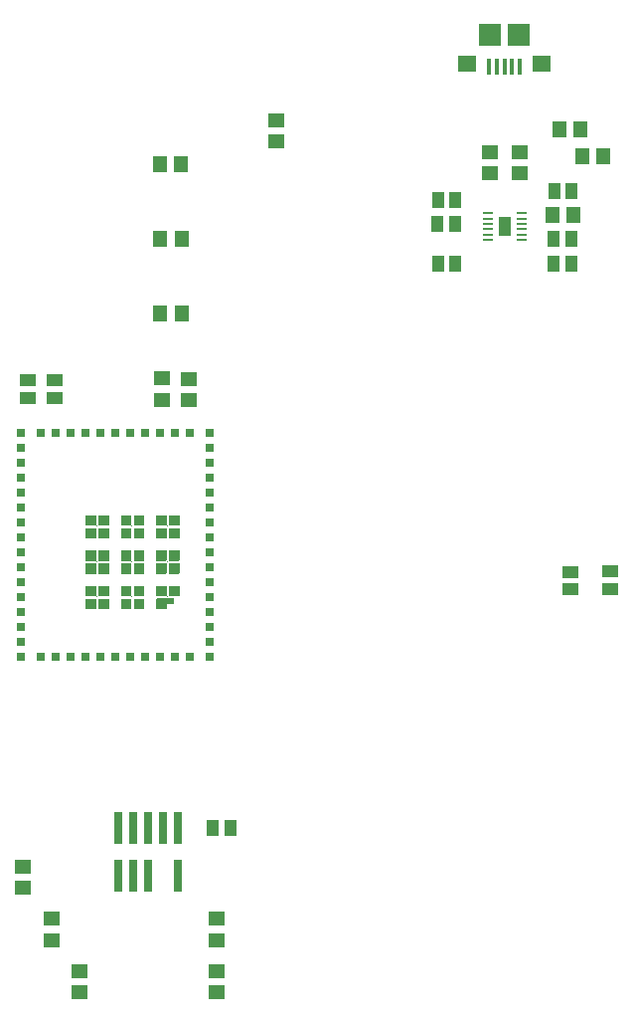
<source format=gbr>
G04*
G04 #@! TF.GenerationSoftware,Altium Limited,Altium Designer,23.2.1 (34)*
G04*
G04 Layer_Color=8421504*
%FSLAX44Y44*%
%MOMM*%
G71*
G04*
G04 #@! TF.SameCoordinates,EBB66B4E-3AAD-41E4-A5C9-C65D96049EEA*
G04*
G04*
G04 #@! TF.FilePolarity,Positive*
G04*
G01*
G75*
%ADD15R,1.2000X1.4000*%
%ADD16R,0.8000X0.8000*%
%ADD17R,0.8000X0.8000*%
%ADD18R,0.0254X0.0254*%
%ADD19R,0.7400X2.7900*%
%ADD20R,1.4000X1.2000*%
%ADD21R,1.4000X1.1000*%
%ADD22R,1.1000X1.4000*%
G04:AMPARAMS|DCode=23|XSize=0.84mm|YSize=0.25mm|CornerRadius=0.0313mm|HoleSize=0mm|Usage=FLASHONLY|Rotation=180.000|XOffset=0mm|YOffset=0mm|HoleType=Round|Shape=RoundedRectangle|*
%AMROUNDEDRECTD23*
21,1,0.8400,0.1875,0,0,180.0*
21,1,0.7775,0.2500,0,0,180.0*
1,1,0.0625,-0.3888,0.0938*
1,1,0.0625,0.3888,0.0938*
1,1,0.0625,0.3888,-0.0938*
1,1,0.0625,-0.3888,-0.0938*
%
%ADD23ROUNDEDRECTD23*%
%ADD24R,1.9000X1.9000*%
%ADD25R,1.6000X1.4000*%
%ADD26R,0.4000X1.3500*%
G36*
X502940Y830300D02*
X492740D01*
Y846100D01*
X502940D01*
Y830300D01*
D02*
G37*
G36*
X220296Y592631D02*
X220388Y592603D01*
X220473Y592557D01*
X220547Y592497D01*
X220607Y592422D01*
X220653Y592338D01*
X220681Y592246D01*
X220690Y592150D01*
Y584230D01*
X220681Y584134D01*
X220653Y584042D01*
X220607Y583958D01*
X220547Y583883D01*
X220473Y583823D01*
X220388Y583777D01*
X220296Y583749D01*
X220201Y583740D01*
X212279D01*
X212184Y583749D01*
X212092Y583777D01*
X212008Y583823D01*
X211933Y583883D01*
X211873Y583958D01*
X211827Y584042D01*
X211799Y584134D01*
X211790Y584230D01*
Y592150D01*
X211799Y592246D01*
X211827Y592338D01*
X211873Y592422D01*
X211933Y592497D01*
X212008Y592557D01*
X212092Y592603D01*
X212184Y592631D01*
X212279Y592640D01*
X220201D01*
X220296Y592631D01*
D02*
G37*
G36*
X209296D02*
X209388Y592603D01*
X209472Y592557D01*
X209547Y592497D01*
X209608Y592422D01*
X209653Y592338D01*
X209681Y592246D01*
X209690Y592150D01*
Y584230D01*
X209681Y584134D01*
X209653Y584042D01*
X209608Y583958D01*
X209547Y583883D01*
X209472Y583823D01*
X209388Y583777D01*
X209296Y583749D01*
X209200Y583740D01*
X201280D01*
X201184Y583749D01*
X201092Y583777D01*
X201007Y583823D01*
X200933Y583883D01*
X200872Y583958D01*
X200827Y584042D01*
X200799Y584134D01*
X200790Y584230D01*
Y592150D01*
X200799Y592246D01*
X200827Y592338D01*
X200872Y592422D01*
X200933Y592497D01*
X201007Y592557D01*
X201092Y592603D01*
X201184Y592631D01*
X201280Y592640D01*
X209200D01*
X209296Y592631D01*
D02*
G37*
G36*
X190296D02*
X190388Y592603D01*
X190473Y592557D01*
X190547Y592497D01*
X190607Y592422D01*
X190653Y592338D01*
X190681Y592246D01*
X190690Y592150D01*
Y584230D01*
X190681Y584134D01*
X190653Y584042D01*
X190607Y583958D01*
X190547Y583883D01*
X190473Y583823D01*
X190388Y583777D01*
X190296Y583749D01*
X190201Y583740D01*
X182279D01*
X182184Y583749D01*
X182092Y583777D01*
X182008Y583823D01*
X181933Y583883D01*
X181873Y583958D01*
X181827Y584042D01*
X181799Y584134D01*
X181790Y584230D01*
Y592150D01*
X181799Y592246D01*
X181827Y592338D01*
X181873Y592422D01*
X181933Y592497D01*
X182008Y592557D01*
X182092Y592603D01*
X182184Y592631D01*
X182279Y592640D01*
X190201D01*
X190296Y592631D01*
D02*
G37*
G36*
X179296D02*
X179388Y592603D01*
X179472Y592557D01*
X179547Y592497D01*
X179608Y592422D01*
X179653Y592338D01*
X179681Y592246D01*
X179690Y592150D01*
Y584230D01*
X179681Y584134D01*
X179653Y584042D01*
X179608Y583958D01*
X179547Y583883D01*
X179472Y583823D01*
X179388Y583777D01*
X179296Y583749D01*
X179200Y583740D01*
X171280D01*
X171184Y583749D01*
X171092Y583777D01*
X171007Y583823D01*
X170933Y583883D01*
X170872Y583958D01*
X170827Y584042D01*
X170799Y584134D01*
X170790Y584230D01*
Y592150D01*
X170799Y592246D01*
X170827Y592338D01*
X170872Y592422D01*
X170933Y592497D01*
X171007Y592557D01*
X171092Y592603D01*
X171184Y592631D01*
X171280Y592640D01*
X179200D01*
X179296Y592631D01*
D02*
G37*
G36*
X160296D02*
X160388Y592603D01*
X160473Y592557D01*
X160547Y592497D01*
X160607Y592422D01*
X160653Y592338D01*
X160681Y592246D01*
X160690Y592150D01*
Y584230D01*
X160681Y584134D01*
X160653Y584042D01*
X160607Y583958D01*
X160547Y583883D01*
X160473Y583823D01*
X160388Y583777D01*
X160296Y583749D01*
X160201Y583740D01*
X152280D01*
X152184Y583749D01*
X152092Y583777D01*
X152008Y583823D01*
X151933Y583883D01*
X151873Y583958D01*
X151827Y584042D01*
X151799Y584134D01*
X151790Y584230D01*
Y592150D01*
X151799Y592246D01*
X151827Y592338D01*
X151873Y592422D01*
X151933Y592497D01*
X152008Y592557D01*
X152092Y592603D01*
X152184Y592631D01*
X152280Y592640D01*
X160201D01*
X160296Y592631D01*
D02*
G37*
G36*
X149296D02*
X149388Y592603D01*
X149472Y592557D01*
X149547Y592497D01*
X149607Y592422D01*
X149653Y592338D01*
X149681Y592246D01*
X149690Y592150D01*
Y584230D01*
X149681Y584134D01*
X149653Y584042D01*
X149607Y583958D01*
X149547Y583883D01*
X149472Y583823D01*
X149388Y583777D01*
X149296Y583749D01*
X149200Y583740D01*
X141279D01*
X141184Y583749D01*
X141092Y583777D01*
X141007Y583823D01*
X140933Y583883D01*
X140872Y583958D01*
X140827Y584042D01*
X140799Y584134D01*
X140790Y584230D01*
Y592150D01*
X140799Y592246D01*
X140827Y592338D01*
X140872Y592422D01*
X140933Y592497D01*
X141007Y592557D01*
X141092Y592603D01*
X141184Y592631D01*
X141279Y592640D01*
X149200D01*
X149296Y592631D01*
D02*
G37*
G36*
X220296Y581631D02*
X220388Y581603D01*
X220473Y581558D01*
X220547Y581497D01*
X220607Y581422D01*
X220653Y581338D01*
X220681Y581246D01*
X220690Y581151D01*
Y573229D01*
X220681Y573134D01*
X220653Y573042D01*
X220607Y572957D01*
X220547Y572883D01*
X220473Y572822D01*
X220388Y572777D01*
X220296Y572749D01*
X220201Y572740D01*
X212279D01*
X212184Y572749D01*
X212092Y572777D01*
X212008Y572822D01*
X211933Y572883D01*
X211873Y572957D01*
X211827Y573042D01*
X211799Y573134D01*
X211790Y573229D01*
Y581151D01*
X211799Y581246D01*
X211827Y581338D01*
X211873Y581422D01*
X211933Y581497D01*
X212008Y581558D01*
X212092Y581603D01*
X212184Y581631D01*
X212279Y581640D01*
X220201D01*
X220296Y581631D01*
D02*
G37*
G36*
X209296D02*
X209388Y581603D01*
X209472Y581558D01*
X209547Y581497D01*
X209608Y581422D01*
X209653Y581338D01*
X209681Y581246D01*
X209690Y581151D01*
Y573229D01*
X209681Y573134D01*
X209653Y573042D01*
X209608Y572957D01*
X209547Y572883D01*
X209472Y572822D01*
X209388Y572777D01*
X209296Y572749D01*
X209200Y572740D01*
X201280D01*
X201184Y572749D01*
X201092Y572777D01*
X201007Y572822D01*
X200933Y572883D01*
X200872Y572957D01*
X200827Y573042D01*
X200799Y573134D01*
X200790Y573229D01*
Y581151D01*
X200799Y581246D01*
X200827Y581338D01*
X200872Y581422D01*
X200933Y581497D01*
X201007Y581558D01*
X201092Y581603D01*
X201184Y581631D01*
X201280Y581640D01*
X209200D01*
X209296Y581631D01*
D02*
G37*
G36*
X190296D02*
X190388Y581603D01*
X190473Y581558D01*
X190547Y581497D01*
X190607Y581422D01*
X190653Y581338D01*
X190681Y581246D01*
X190690Y581151D01*
Y573229D01*
X190681Y573134D01*
X190653Y573042D01*
X190607Y572957D01*
X190547Y572883D01*
X190473Y572822D01*
X190388Y572777D01*
X190296Y572749D01*
X190201Y572740D01*
X182279D01*
X182184Y572749D01*
X182092Y572777D01*
X182008Y572822D01*
X181933Y572883D01*
X181873Y572957D01*
X181827Y573042D01*
X181799Y573134D01*
X181790Y573229D01*
Y581151D01*
X181799Y581246D01*
X181827Y581338D01*
X181873Y581422D01*
X181933Y581497D01*
X182008Y581558D01*
X182092Y581603D01*
X182184Y581631D01*
X182279Y581640D01*
X190201D01*
X190296Y581631D01*
D02*
G37*
G36*
X179296D02*
X179388Y581603D01*
X179472Y581558D01*
X179547Y581497D01*
X179608Y581422D01*
X179653Y581338D01*
X179681Y581246D01*
X179690Y581151D01*
Y573229D01*
X179681Y573134D01*
X179653Y573042D01*
X179608Y572957D01*
X179547Y572883D01*
X179472Y572822D01*
X179388Y572777D01*
X179296Y572749D01*
X179200Y572740D01*
X171280D01*
X171184Y572749D01*
X171092Y572777D01*
X171007Y572822D01*
X170933Y572883D01*
X170872Y572957D01*
X170827Y573042D01*
X170799Y573134D01*
X170790Y573229D01*
Y581151D01*
X170799Y581246D01*
X170827Y581338D01*
X170872Y581422D01*
X170933Y581497D01*
X171007Y581558D01*
X171092Y581603D01*
X171184Y581631D01*
X171280Y581640D01*
X179200D01*
X179296Y581631D01*
D02*
G37*
G36*
X160296D02*
X160388Y581603D01*
X160473Y581558D01*
X160547Y581497D01*
X160607Y581422D01*
X160653Y581338D01*
X160681Y581246D01*
X160690Y581151D01*
Y573229D01*
X160681Y573134D01*
X160653Y573042D01*
X160607Y572957D01*
X160547Y572883D01*
X160473Y572822D01*
X160388Y572777D01*
X160296Y572749D01*
X160201Y572740D01*
X152280D01*
X152184Y572749D01*
X152092Y572777D01*
X152008Y572822D01*
X151933Y572883D01*
X151873Y572957D01*
X151827Y573042D01*
X151799Y573134D01*
X151790Y573229D01*
Y581151D01*
X151799Y581246D01*
X151827Y581338D01*
X151873Y581422D01*
X151933Y581497D01*
X152008Y581558D01*
X152092Y581603D01*
X152184Y581631D01*
X152280Y581640D01*
X160201D01*
X160296Y581631D01*
D02*
G37*
G36*
X149296D02*
X149388Y581603D01*
X149472Y581558D01*
X149547Y581497D01*
X149607Y581422D01*
X149653Y581338D01*
X149681Y581246D01*
X149690Y581151D01*
Y573229D01*
X149681Y573134D01*
X149653Y573042D01*
X149607Y572957D01*
X149547Y572883D01*
X149472Y572822D01*
X149388Y572777D01*
X149296Y572749D01*
X149200Y572740D01*
X141279D01*
X141184Y572749D01*
X141092Y572777D01*
X141007Y572822D01*
X140933Y572883D01*
X140872Y572957D01*
X140827Y573042D01*
X140799Y573134D01*
X140790Y573229D01*
Y581151D01*
X140799Y581246D01*
X140827Y581338D01*
X140872Y581422D01*
X140933Y581497D01*
X141007Y581558D01*
X141092Y581603D01*
X141184Y581631D01*
X141279Y581640D01*
X149200D01*
X149296Y581631D01*
D02*
G37*
G36*
X220296Y562631D02*
X220388Y562603D01*
X220473Y562557D01*
X220547Y562497D01*
X220607Y562422D01*
X220653Y562338D01*
X220681Y562246D01*
X220690Y562150D01*
Y554230D01*
X220681Y554134D01*
X220653Y554042D01*
X220607Y553958D01*
X220547Y553883D01*
X220473Y553823D01*
X220388Y553777D01*
X220296Y553749D01*
X220201Y553740D01*
X212279D01*
X212184Y553749D01*
X212092Y553777D01*
X212008Y553823D01*
X211933Y553883D01*
X211873Y553958D01*
X211827Y554042D01*
X211799Y554134D01*
X211790Y554230D01*
Y562150D01*
X211799Y562246D01*
X211827Y562338D01*
X211873Y562422D01*
X211933Y562497D01*
X212008Y562557D01*
X212092Y562603D01*
X212184Y562631D01*
X212279Y562640D01*
X220201D01*
X220296Y562631D01*
D02*
G37*
G36*
X209296D02*
X209388Y562603D01*
X209473Y562557D01*
X209547Y562497D01*
X209608Y562422D01*
X209653Y562338D01*
X209681Y562246D01*
X209690Y562150D01*
Y554230D01*
X209681Y554134D01*
X209653Y554042D01*
X209608Y553958D01*
X209547Y553883D01*
X209473Y553823D01*
X209388Y553777D01*
X209296Y553749D01*
X209200Y553740D01*
X201280D01*
X201184Y553749D01*
X201092Y553777D01*
X201007Y553823D01*
X200933Y553883D01*
X200872Y553958D01*
X200827Y554042D01*
X200799Y554134D01*
X200790Y554230D01*
Y562150D01*
X200799Y562246D01*
X200827Y562338D01*
X200872Y562422D01*
X200933Y562497D01*
X201007Y562557D01*
X201092Y562603D01*
X201184Y562631D01*
X201280Y562640D01*
X209200D01*
X209296Y562631D01*
D02*
G37*
G36*
X190296D02*
X190388Y562603D01*
X190473Y562557D01*
X190547Y562497D01*
X190607Y562422D01*
X190653Y562338D01*
X190681Y562246D01*
X190690Y562150D01*
Y554230D01*
X190681Y554134D01*
X190653Y554042D01*
X190607Y553958D01*
X190547Y553883D01*
X190473Y553823D01*
X190388Y553777D01*
X190296Y553749D01*
X190201Y553740D01*
X182279D01*
X182184Y553749D01*
X182092Y553777D01*
X182008Y553823D01*
X181933Y553883D01*
X181873Y553958D01*
X181827Y554042D01*
X181799Y554134D01*
X181790Y554230D01*
Y562150D01*
X181799Y562246D01*
X181827Y562338D01*
X181873Y562422D01*
X181933Y562497D01*
X182008Y562557D01*
X182092Y562603D01*
X182184Y562631D01*
X182279Y562640D01*
X190201D01*
X190296Y562631D01*
D02*
G37*
G36*
X179296D02*
X179388Y562603D01*
X179472Y562557D01*
X179547Y562497D01*
X179608Y562422D01*
X179653Y562338D01*
X179681Y562246D01*
X179690Y562150D01*
Y554230D01*
X179681Y554134D01*
X179653Y554042D01*
X179608Y553958D01*
X179547Y553883D01*
X179472Y553823D01*
X179388Y553777D01*
X179296Y553749D01*
X179200Y553740D01*
X171280D01*
X171184Y553749D01*
X171092Y553777D01*
X171007Y553823D01*
X170933Y553883D01*
X170872Y553958D01*
X170827Y554042D01*
X170799Y554134D01*
X170790Y554230D01*
Y562150D01*
X170799Y562246D01*
X170827Y562338D01*
X170872Y562422D01*
X170933Y562497D01*
X171007Y562557D01*
X171092Y562603D01*
X171184Y562631D01*
X171280Y562640D01*
X179200D01*
X179296Y562631D01*
D02*
G37*
G36*
X160296D02*
X160388Y562603D01*
X160473Y562557D01*
X160547Y562497D01*
X160607Y562422D01*
X160653Y562338D01*
X160681Y562246D01*
X160690Y562150D01*
Y554230D01*
X160681Y554134D01*
X160653Y554042D01*
X160607Y553958D01*
X160547Y553883D01*
X160473Y553823D01*
X160388Y553777D01*
X160296Y553749D01*
X160201Y553740D01*
X152280D01*
X152184Y553749D01*
X152092Y553777D01*
X152008Y553823D01*
X151933Y553883D01*
X151873Y553958D01*
X151827Y554042D01*
X151799Y554134D01*
X151790Y554230D01*
Y562150D01*
X151799Y562246D01*
X151827Y562338D01*
X151873Y562422D01*
X151933Y562497D01*
X152008Y562557D01*
X152092Y562603D01*
X152184Y562631D01*
X152280Y562640D01*
X160201D01*
X160296Y562631D01*
D02*
G37*
G36*
X149296D02*
X149388Y562603D01*
X149472Y562557D01*
X149547Y562497D01*
X149607Y562422D01*
X149653Y562338D01*
X149681Y562246D01*
X149690Y562150D01*
Y554230D01*
X149681Y554134D01*
X149653Y554042D01*
X149607Y553958D01*
X149547Y553883D01*
X149472Y553823D01*
X149388Y553777D01*
X149296Y553749D01*
X149200Y553740D01*
X141279D01*
X141184Y553749D01*
X141092Y553777D01*
X141007Y553823D01*
X140933Y553883D01*
X140872Y553958D01*
X140827Y554042D01*
X140799Y554134D01*
X140790Y554230D01*
Y562150D01*
X140799Y562246D01*
X140827Y562338D01*
X140872Y562422D01*
X140933Y562497D01*
X141007Y562557D01*
X141092Y562603D01*
X141184Y562631D01*
X141279Y562640D01*
X149200D01*
X149296Y562631D01*
D02*
G37*
G36*
X220296Y551631D02*
X220388Y551603D01*
X220473Y551558D01*
X220547Y551497D01*
X220607Y551422D01*
X220653Y551338D01*
X220681Y551246D01*
X220690Y551151D01*
Y543229D01*
X220681Y543134D01*
X220653Y543042D01*
X220607Y542957D01*
X220547Y542883D01*
X220473Y542822D01*
X220388Y542777D01*
X220296Y542749D01*
X220201Y542740D01*
X212279D01*
X212184Y542749D01*
X212092Y542777D01*
X212008Y542822D01*
X211933Y542883D01*
X211873Y542957D01*
X211827Y543042D01*
X211799Y543134D01*
X211790Y543229D01*
Y551151D01*
X211799Y551246D01*
X211827Y551338D01*
X211873Y551422D01*
X211933Y551497D01*
X212008Y551558D01*
X212092Y551603D01*
X212184Y551631D01*
X212279Y551640D01*
X220201D01*
X220296Y551631D01*
D02*
G37*
G36*
X209296D02*
X209388Y551603D01*
X209473Y551558D01*
X209547Y551497D01*
X209608Y551422D01*
X209653Y551338D01*
X209681Y551246D01*
X209690Y551151D01*
Y543229D01*
X209681Y543134D01*
X209653Y543042D01*
X209608Y542957D01*
X209547Y542883D01*
X209473Y542822D01*
X209388Y542777D01*
X209296Y542749D01*
X209200Y542740D01*
X201280D01*
X201184Y542749D01*
X201092Y542777D01*
X201007Y542822D01*
X200933Y542883D01*
X200872Y542957D01*
X200827Y543042D01*
X200799Y543134D01*
X200790Y543229D01*
Y551151D01*
X200799Y551246D01*
X200827Y551338D01*
X200872Y551422D01*
X200933Y551497D01*
X201007Y551558D01*
X201092Y551603D01*
X201184Y551631D01*
X201280Y551640D01*
X209200D01*
X209296Y551631D01*
D02*
G37*
G36*
X190296D02*
X190388Y551603D01*
X190473Y551558D01*
X190547Y551497D01*
X190607Y551422D01*
X190653Y551338D01*
X190681Y551246D01*
X190690Y551151D01*
Y543229D01*
X190681Y543134D01*
X190653Y543042D01*
X190607Y542957D01*
X190547Y542883D01*
X190473Y542822D01*
X190388Y542777D01*
X190296Y542749D01*
X190201Y542740D01*
X182279D01*
X182184Y542749D01*
X182092Y542777D01*
X182008Y542822D01*
X181933Y542883D01*
X181873Y542957D01*
X181827Y543042D01*
X181799Y543134D01*
X181790Y543229D01*
Y551151D01*
X181799Y551246D01*
X181827Y551338D01*
X181873Y551422D01*
X181933Y551497D01*
X182008Y551558D01*
X182092Y551603D01*
X182184Y551631D01*
X182279Y551640D01*
X190201D01*
X190296Y551631D01*
D02*
G37*
G36*
X179296D02*
X179388Y551603D01*
X179472Y551558D01*
X179547Y551497D01*
X179608Y551422D01*
X179653Y551338D01*
X179681Y551246D01*
X179690Y551151D01*
Y543229D01*
X179681Y543134D01*
X179653Y543042D01*
X179608Y542957D01*
X179547Y542883D01*
X179472Y542822D01*
X179388Y542777D01*
X179296Y542749D01*
X179200Y542740D01*
X171280D01*
X171184Y542749D01*
X171092Y542777D01*
X171007Y542822D01*
X170933Y542883D01*
X170872Y542957D01*
X170827Y543042D01*
X170799Y543134D01*
X170790Y543229D01*
Y551151D01*
X170799Y551246D01*
X170827Y551338D01*
X170872Y551422D01*
X170933Y551497D01*
X171007Y551558D01*
X171092Y551603D01*
X171184Y551631D01*
X171280Y551640D01*
X179200D01*
X179296Y551631D01*
D02*
G37*
G36*
X160296D02*
X160388Y551603D01*
X160473Y551558D01*
X160547Y551497D01*
X160607Y551422D01*
X160653Y551338D01*
X160681Y551246D01*
X160690Y551151D01*
Y543229D01*
X160681Y543134D01*
X160653Y543042D01*
X160607Y542957D01*
X160547Y542883D01*
X160473Y542822D01*
X160388Y542777D01*
X160296Y542749D01*
X160201Y542740D01*
X152280D01*
X152184Y542749D01*
X152092Y542777D01*
X152008Y542822D01*
X151933Y542883D01*
X151873Y542957D01*
X151827Y543042D01*
X151799Y543134D01*
X151790Y543229D01*
Y551151D01*
X151799Y551246D01*
X151827Y551338D01*
X151873Y551422D01*
X151933Y551497D01*
X152008Y551558D01*
X152092Y551603D01*
X152184Y551631D01*
X152280Y551640D01*
X160201D01*
X160296Y551631D01*
D02*
G37*
G36*
X149296D02*
X149388Y551603D01*
X149472Y551558D01*
X149547Y551497D01*
X149607Y551422D01*
X149653Y551338D01*
X149681Y551246D01*
X149690Y551151D01*
Y543229D01*
X149681Y543134D01*
X149653Y543042D01*
X149607Y542957D01*
X149547Y542883D01*
X149472Y542822D01*
X149388Y542777D01*
X149296Y542749D01*
X149200Y542740D01*
X141279D01*
X141184Y542749D01*
X141092Y542777D01*
X141007Y542822D01*
X140933Y542883D01*
X140872Y542957D01*
X140827Y543042D01*
X140799Y543134D01*
X140790Y543229D01*
Y551151D01*
X140799Y551246D01*
X140827Y551338D01*
X140872Y551422D01*
X140933Y551497D01*
X141007Y551558D01*
X141092Y551603D01*
X141184Y551631D01*
X141279Y551640D01*
X149200D01*
X149296Y551631D01*
D02*
G37*
G36*
X220296Y532631D02*
X220388Y532603D01*
X220473Y532557D01*
X220547Y532497D01*
X220607Y532422D01*
X220653Y532338D01*
X220681Y532246D01*
X220690Y532150D01*
Y524230D01*
X220681Y524134D01*
X220653Y524042D01*
X220607Y523958D01*
X220547Y523883D01*
X220473Y523823D01*
X220388Y523777D01*
X220296Y523749D01*
X220201Y523740D01*
X212279D01*
X212184Y523749D01*
X212092Y523777D01*
X212008Y523823D01*
X211933Y523883D01*
X211873Y523958D01*
X211827Y524042D01*
X211799Y524134D01*
X211790Y524230D01*
Y532150D01*
X211799Y532246D01*
X211827Y532338D01*
X211873Y532422D01*
X211933Y532497D01*
X212008Y532557D01*
X212092Y532603D01*
X212184Y532631D01*
X212279Y532640D01*
X220201D01*
X220296Y532631D01*
D02*
G37*
G36*
X209296D02*
X209388Y532603D01*
X209472Y532557D01*
X209547Y532497D01*
X209608Y532422D01*
X209653Y532338D01*
X209681Y532246D01*
X209690Y532150D01*
Y524230D01*
X209681Y524134D01*
X209653Y524042D01*
X209608Y523958D01*
X209547Y523883D01*
X209472Y523823D01*
X209388Y523777D01*
X209296Y523749D01*
X209200Y523740D01*
X201280D01*
X201184Y523749D01*
X201092Y523777D01*
X201007Y523823D01*
X200933Y523883D01*
X200872Y523958D01*
X200827Y524042D01*
X200799Y524134D01*
X200790Y524230D01*
Y532150D01*
X200799Y532246D01*
X200827Y532338D01*
X200872Y532422D01*
X200933Y532497D01*
X201007Y532557D01*
X201092Y532603D01*
X201184Y532631D01*
X201280Y532640D01*
X209200D01*
X209296Y532631D01*
D02*
G37*
G36*
X190296D02*
X190388Y532603D01*
X190473Y532557D01*
X190547Y532497D01*
X190607Y532422D01*
X190653Y532338D01*
X190681Y532246D01*
X190690Y532150D01*
Y524230D01*
X190681Y524134D01*
X190653Y524042D01*
X190607Y523958D01*
X190547Y523883D01*
X190473Y523823D01*
X190388Y523777D01*
X190296Y523749D01*
X190201Y523740D01*
X182279D01*
X182184Y523749D01*
X182092Y523777D01*
X182008Y523823D01*
X181933Y523883D01*
X181873Y523958D01*
X181827Y524042D01*
X181799Y524134D01*
X181790Y524230D01*
Y532150D01*
X181799Y532246D01*
X181827Y532338D01*
X181873Y532422D01*
X181933Y532497D01*
X182008Y532557D01*
X182092Y532603D01*
X182184Y532631D01*
X182279Y532640D01*
X190201D01*
X190296Y532631D01*
D02*
G37*
G36*
X179296D02*
X179388Y532603D01*
X179472Y532557D01*
X179547Y532497D01*
X179608Y532422D01*
X179653Y532338D01*
X179681Y532246D01*
X179690Y532150D01*
Y524230D01*
X179681Y524134D01*
X179653Y524042D01*
X179608Y523958D01*
X179547Y523883D01*
X179472Y523823D01*
X179388Y523777D01*
X179296Y523749D01*
X179200Y523740D01*
X171280D01*
X171184Y523749D01*
X171092Y523777D01*
X171007Y523823D01*
X170933Y523883D01*
X170872Y523958D01*
X170827Y524042D01*
X170799Y524134D01*
X170790Y524230D01*
Y532150D01*
X170799Y532246D01*
X170827Y532338D01*
X170872Y532422D01*
X170933Y532497D01*
X171007Y532557D01*
X171092Y532603D01*
X171184Y532631D01*
X171280Y532640D01*
X179200D01*
X179296Y532631D01*
D02*
G37*
G36*
X160296D02*
X160388Y532603D01*
X160473Y532557D01*
X160547Y532497D01*
X160607Y532422D01*
X160653Y532338D01*
X160681Y532246D01*
X160690Y532150D01*
Y524230D01*
X160681Y524134D01*
X160653Y524042D01*
X160607Y523958D01*
X160547Y523883D01*
X160473Y523823D01*
X160388Y523777D01*
X160296Y523749D01*
X160201Y523740D01*
X152280D01*
X152184Y523749D01*
X152092Y523777D01*
X152008Y523823D01*
X151933Y523883D01*
X151873Y523958D01*
X151827Y524042D01*
X151799Y524134D01*
X151790Y524230D01*
Y532150D01*
X151799Y532246D01*
X151827Y532338D01*
X151873Y532422D01*
X151933Y532497D01*
X152008Y532557D01*
X152092Y532603D01*
X152184Y532631D01*
X152280Y532640D01*
X160201D01*
X160296Y532631D01*
D02*
G37*
G36*
X149296D02*
X149388Y532603D01*
X149472Y532557D01*
X149547Y532497D01*
X149607Y532422D01*
X149653Y532338D01*
X149681Y532246D01*
X149690Y532150D01*
Y524230D01*
X149681Y524134D01*
X149653Y524042D01*
X149607Y523958D01*
X149547Y523883D01*
X149472Y523823D01*
X149388Y523777D01*
X149296Y523749D01*
X149200Y523740D01*
X141279D01*
X141184Y523749D01*
X141092Y523777D01*
X141007Y523823D01*
X140933Y523883D01*
X140872Y523958D01*
X140827Y524042D01*
X140799Y524134D01*
X140790Y524230D01*
Y532150D01*
X140799Y532246D01*
X140827Y532338D01*
X140872Y532422D01*
X140933Y532497D01*
X141007Y532557D01*
X141092Y532603D01*
X141184Y532631D01*
X141279Y532640D01*
X149200D01*
X149296Y532631D01*
D02*
G37*
G36*
X216240Y521190D02*
Y517690D01*
X215740Y517190D01*
X210240D01*
X209740Y516690D01*
Y513290D01*
X209240Y512790D01*
X201340D01*
X200840Y513290D01*
Y521190D01*
X201340Y521690D01*
X215740D01*
X216240Y521190D01*
D02*
G37*
G36*
X190296Y521631D02*
X190388Y521603D01*
X190473Y521558D01*
X190547Y521497D01*
X190607Y521422D01*
X190653Y521338D01*
X190681Y521246D01*
X190690Y521151D01*
Y513229D01*
X190681Y513134D01*
X190653Y513042D01*
X190607Y512957D01*
X190547Y512883D01*
X190473Y512822D01*
X190388Y512777D01*
X190296Y512749D01*
X190201Y512740D01*
X182279D01*
X182184Y512749D01*
X182092Y512777D01*
X182008Y512822D01*
X181933Y512883D01*
X181873Y512957D01*
X181827Y513042D01*
X181799Y513134D01*
X181790Y513229D01*
Y521151D01*
X181799Y521246D01*
X181827Y521338D01*
X181873Y521422D01*
X181933Y521497D01*
X182008Y521558D01*
X182092Y521603D01*
X182184Y521631D01*
X182279Y521640D01*
X190201D01*
X190296Y521631D01*
D02*
G37*
G36*
X179296D02*
X179388Y521603D01*
X179472Y521558D01*
X179547Y521497D01*
X179608Y521422D01*
X179653Y521338D01*
X179681Y521246D01*
X179690Y521151D01*
Y513229D01*
X179681Y513134D01*
X179653Y513042D01*
X179608Y512957D01*
X179547Y512883D01*
X179472Y512822D01*
X179388Y512777D01*
X179296Y512749D01*
X179200Y512740D01*
X171280D01*
X171184Y512749D01*
X171092Y512777D01*
X171007Y512822D01*
X170933Y512883D01*
X170872Y512957D01*
X170827Y513042D01*
X170799Y513134D01*
X170790Y513229D01*
Y521151D01*
X170799Y521246D01*
X170827Y521338D01*
X170872Y521422D01*
X170933Y521497D01*
X171007Y521558D01*
X171092Y521603D01*
X171184Y521631D01*
X171280Y521640D01*
X179200D01*
X179296Y521631D01*
D02*
G37*
G36*
X160296D02*
X160388Y521603D01*
X160473Y521558D01*
X160547Y521497D01*
X160607Y521422D01*
X160653Y521338D01*
X160681Y521246D01*
X160690Y521151D01*
Y513229D01*
X160681Y513134D01*
X160653Y513042D01*
X160607Y512957D01*
X160547Y512883D01*
X160473Y512822D01*
X160388Y512777D01*
X160296Y512749D01*
X160201Y512740D01*
X152280D01*
X152184Y512749D01*
X152092Y512777D01*
X152008Y512822D01*
X151933Y512883D01*
X151873Y512957D01*
X151827Y513042D01*
X151799Y513134D01*
X151790Y513229D01*
Y521151D01*
X151799Y521246D01*
X151827Y521338D01*
X151873Y521422D01*
X151933Y521497D01*
X152008Y521558D01*
X152092Y521603D01*
X152184Y521631D01*
X152280Y521640D01*
X160201D01*
X160296Y521631D01*
D02*
G37*
G36*
X149296D02*
X149388Y521603D01*
X149472Y521558D01*
X149547Y521497D01*
X149607Y521422D01*
X149653Y521338D01*
X149681Y521246D01*
X149690Y521151D01*
Y513229D01*
X149681Y513134D01*
X149653Y513042D01*
X149607Y512957D01*
X149547Y512883D01*
X149472Y512822D01*
X149388Y512777D01*
X149296Y512749D01*
X149200Y512740D01*
X141279D01*
X141184Y512749D01*
X141092Y512777D01*
X141007Y512822D01*
X140933Y512883D01*
X140872Y512957D01*
X140827Y513042D01*
X140799Y513134D01*
X140790Y513229D01*
Y521151D01*
X140799Y521246D01*
X140827Y521338D01*
X140872Y521422D01*
X140933Y521497D01*
X141007Y521558D01*
X141092Y521603D01*
X141184Y521631D01*
X141279Y521640D01*
X149200D01*
X149296Y521631D01*
D02*
G37*
D15*
X563880Y897890D02*
D03*
X581880D02*
D03*
X544610Y920750D02*
D03*
X562610D02*
D03*
X538370Y848360D02*
D03*
X556370D02*
D03*
X222470Y764540D02*
D03*
X204470D02*
D03*
X222470Y828040D02*
D03*
X204470D02*
D03*
X222250Y891540D02*
D03*
X204250D02*
D03*
D16*
X246240Y472450D02*
D03*
Y485140D02*
D03*
Y497840D02*
D03*
Y510540D02*
D03*
Y523240D02*
D03*
Y535940D02*
D03*
Y548640D02*
D03*
Y561340D02*
D03*
Y574040D02*
D03*
Y586740D02*
D03*
Y599440D02*
D03*
Y612140D02*
D03*
Y624840D02*
D03*
Y637540D02*
D03*
Y650240D02*
D03*
Y662930D02*
D03*
X85240D02*
D03*
Y650240D02*
D03*
Y637540D02*
D03*
Y624840D02*
D03*
Y612140D02*
D03*
Y599440D02*
D03*
Y586740D02*
D03*
Y574040D02*
D03*
Y561340D02*
D03*
Y548640D02*
D03*
Y535940D02*
D03*
Y523240D02*
D03*
Y510540D02*
D03*
Y497840D02*
D03*
Y485140D02*
D03*
Y472450D02*
D03*
D17*
X229240Y662930D02*
D03*
X216540D02*
D03*
X203840D02*
D03*
X191140D02*
D03*
X178440D02*
D03*
X165740D02*
D03*
X153040D02*
D03*
X140340D02*
D03*
X127640D02*
D03*
X114940D02*
D03*
X102240D02*
D03*
Y472450D02*
D03*
X114940D02*
D03*
X127640D02*
D03*
X140340D02*
D03*
X153040D02*
D03*
X165740D02*
D03*
X178440D02*
D03*
X191140D02*
D03*
X203840D02*
D03*
X216540D02*
D03*
X229240D02*
D03*
D18*
X210740Y522690D02*
D03*
Y552690D02*
D03*
Y582690D02*
D03*
X180740Y522690D02*
D03*
Y552690D02*
D03*
Y582690D02*
D03*
X150740Y522690D02*
D03*
Y552690D02*
D03*
Y582690D02*
D03*
D19*
X219710Y326450D02*
D03*
Y285750D02*
D03*
X207010Y326450D02*
D03*
X194310D02*
D03*
Y285750D02*
D03*
X181610Y326450D02*
D03*
Y285750D02*
D03*
X168910Y326450D02*
D03*
Y285750D02*
D03*
D20*
X228600Y708660D02*
D03*
Y690660D02*
D03*
X205740Y708880D02*
D03*
Y690880D02*
D03*
X111760Y249140D02*
D03*
Y231140D02*
D03*
X135890Y204690D02*
D03*
Y186690D02*
D03*
X87630Y293590D02*
D03*
Y275590D02*
D03*
X510540Y901700D02*
D03*
Y883700D02*
D03*
X485140Y901700D02*
D03*
Y883700D02*
D03*
X252730Y249140D02*
D03*
Y231140D02*
D03*
Y186470D02*
D03*
Y204470D02*
D03*
X303530Y928370D02*
D03*
Y910370D02*
D03*
D21*
X588010Y529590D02*
D03*
Y544590D02*
D03*
X553720Y529470D02*
D03*
Y544470D02*
D03*
X114300Y692270D02*
D03*
Y707270D02*
D03*
X91440Y692150D02*
D03*
Y707150D02*
D03*
D22*
X539870Y868680D02*
D03*
X554870D02*
D03*
X455810Y861060D02*
D03*
X440810D02*
D03*
X455690Y840740D02*
D03*
X440690D02*
D03*
X539750Y828040D02*
D03*
X554750D02*
D03*
X455930Y806450D02*
D03*
X440930D02*
D03*
X539750D02*
D03*
X554750D02*
D03*
X248920Y326390D02*
D03*
X263920D02*
D03*
D23*
X483490Y826950D02*
D03*
Y831450D02*
D03*
Y835950D02*
D03*
Y840450D02*
D03*
Y844950D02*
D03*
Y849450D02*
D03*
X512190D02*
D03*
Y844950D02*
D03*
Y840450D02*
D03*
Y835950D02*
D03*
Y831450D02*
D03*
Y826950D02*
D03*
D24*
X485590Y1001130D02*
D03*
X509590D02*
D03*
D25*
X465590Y976630D02*
D03*
X529590D02*
D03*
D26*
X484590Y974380D02*
D03*
X491090D02*
D03*
X497590D02*
D03*
X504090D02*
D03*
X510590D02*
D03*
M02*

</source>
